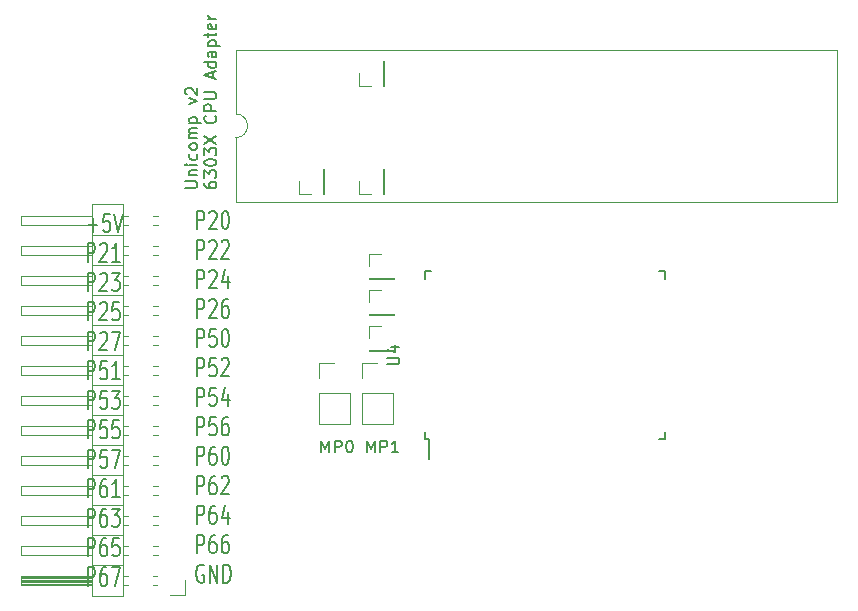
<source format=gbr>
%TF.GenerationSoftware,KiCad,Pcbnew,7.0.9-7.0.9~ubuntu20.04.1*%
%TF.CreationDate,2023-12-26T20:59:22+01:00*%
%TF.ProjectId,6303_FP,36333033-5f46-4502-9e6b-696361645f70,rev?*%
%TF.SameCoordinates,Original*%
%TF.FileFunction,Legend,Top*%
%TF.FilePolarity,Positive*%
%FSLAX46Y46*%
G04 Gerber Fmt 4.6, Leading zero omitted, Abs format (unit mm)*
G04 Created by KiCad (PCBNEW 7.0.9-7.0.9~ubuntu20.04.1) date 2023-12-26 20:59:22*
%MOMM*%
%LPD*%
G01*
G04 APERTURE LIST*
%ADD10C,0.150000*%
%ADD11C,0.120000*%
G04 APERTURE END LIST*
D10*
X179660779Y-72767819D02*
X179660779Y-71767819D01*
X179660779Y-71767819D02*
X179994112Y-72482104D01*
X179994112Y-72482104D02*
X180327445Y-71767819D01*
X180327445Y-71767819D02*
X180327445Y-72767819D01*
X180803636Y-72767819D02*
X180803636Y-71767819D01*
X180803636Y-71767819D02*
X181184588Y-71767819D01*
X181184588Y-71767819D02*
X181279826Y-71815438D01*
X181279826Y-71815438D02*
X181327445Y-71863057D01*
X181327445Y-71863057D02*
X181375064Y-71958295D01*
X181375064Y-71958295D02*
X181375064Y-72101152D01*
X181375064Y-72101152D02*
X181327445Y-72196390D01*
X181327445Y-72196390D02*
X181279826Y-72244009D01*
X181279826Y-72244009D02*
X181184588Y-72291628D01*
X181184588Y-72291628D02*
X180803636Y-72291628D01*
X181994112Y-71767819D02*
X182089350Y-71767819D01*
X182089350Y-71767819D02*
X182184588Y-71815438D01*
X182184588Y-71815438D02*
X182232207Y-71863057D01*
X182232207Y-71863057D02*
X182279826Y-71958295D01*
X182279826Y-71958295D02*
X182327445Y-72148771D01*
X182327445Y-72148771D02*
X182327445Y-72386866D01*
X182327445Y-72386866D02*
X182279826Y-72577342D01*
X182279826Y-72577342D02*
X182232207Y-72672580D01*
X182232207Y-72672580D02*
X182184588Y-72720200D01*
X182184588Y-72720200D02*
X182089350Y-72767819D01*
X182089350Y-72767819D02*
X181994112Y-72767819D01*
X181994112Y-72767819D02*
X181898874Y-72720200D01*
X181898874Y-72720200D02*
X181851255Y-72672580D01*
X181851255Y-72672580D02*
X181803636Y-72577342D01*
X181803636Y-72577342D02*
X181756017Y-72386866D01*
X181756017Y-72386866D02*
X181756017Y-72148771D01*
X181756017Y-72148771D02*
X181803636Y-71958295D01*
X181803636Y-71958295D02*
X181851255Y-71863057D01*
X181851255Y-71863057D02*
X181898874Y-71815438D01*
X181898874Y-71815438D02*
X181994112Y-71767819D01*
X183517922Y-72767819D02*
X183517922Y-71767819D01*
X183517922Y-71767819D02*
X183851255Y-72482104D01*
X183851255Y-72482104D02*
X184184588Y-71767819D01*
X184184588Y-71767819D02*
X184184588Y-72767819D01*
X184660779Y-72767819D02*
X184660779Y-71767819D01*
X184660779Y-71767819D02*
X185041731Y-71767819D01*
X185041731Y-71767819D02*
X185136969Y-71815438D01*
X185136969Y-71815438D02*
X185184588Y-71863057D01*
X185184588Y-71863057D02*
X185232207Y-71958295D01*
X185232207Y-71958295D02*
X185232207Y-72101152D01*
X185232207Y-72101152D02*
X185184588Y-72196390D01*
X185184588Y-72196390D02*
X185136969Y-72244009D01*
X185136969Y-72244009D02*
X185041731Y-72291628D01*
X185041731Y-72291628D02*
X184660779Y-72291628D01*
X186184588Y-72767819D02*
X185613160Y-72767819D01*
X185898874Y-72767819D02*
X185898874Y-71767819D01*
X185898874Y-71767819D02*
X185803636Y-71910676D01*
X185803636Y-71910676D02*
X185708398Y-72005914D01*
X185708398Y-72005914D02*
X185613160Y-72053533D01*
X159860588Y-53516033D02*
X160698684Y-53516033D01*
X160279636Y-54106509D02*
X160279636Y-52925557D01*
X161746303Y-52556509D02*
X161222493Y-52556509D01*
X161222493Y-52556509D02*
X161170112Y-53294604D01*
X161170112Y-53294604D02*
X161222493Y-53220795D01*
X161222493Y-53220795D02*
X161327255Y-53146985D01*
X161327255Y-53146985D02*
X161589160Y-53146985D01*
X161589160Y-53146985D02*
X161693922Y-53220795D01*
X161693922Y-53220795D02*
X161746303Y-53294604D01*
X161746303Y-53294604D02*
X161798684Y-53442223D01*
X161798684Y-53442223D02*
X161798684Y-53811271D01*
X161798684Y-53811271D02*
X161746303Y-53958890D01*
X161746303Y-53958890D02*
X161693922Y-54032700D01*
X161693922Y-54032700D02*
X161589160Y-54106509D01*
X161589160Y-54106509D02*
X161327255Y-54106509D01*
X161327255Y-54106509D02*
X161222493Y-54032700D01*
X161222493Y-54032700D02*
X161170112Y-53958890D01*
X162112969Y-52556509D02*
X162479636Y-54106509D01*
X162479636Y-54106509D02*
X162846303Y-52556509D01*
X159860588Y-56602009D02*
X159860588Y-55052009D01*
X159860588Y-55052009D02*
X160279636Y-55052009D01*
X160279636Y-55052009D02*
X160384398Y-55125819D01*
X160384398Y-55125819D02*
X160436779Y-55199628D01*
X160436779Y-55199628D02*
X160489160Y-55347247D01*
X160489160Y-55347247D02*
X160489160Y-55568676D01*
X160489160Y-55568676D02*
X160436779Y-55716295D01*
X160436779Y-55716295D02*
X160384398Y-55790104D01*
X160384398Y-55790104D02*
X160279636Y-55863914D01*
X160279636Y-55863914D02*
X159860588Y-55863914D01*
X160908207Y-55199628D02*
X160960588Y-55125819D01*
X160960588Y-55125819D02*
X161065350Y-55052009D01*
X161065350Y-55052009D02*
X161327255Y-55052009D01*
X161327255Y-55052009D02*
X161432017Y-55125819D01*
X161432017Y-55125819D02*
X161484398Y-55199628D01*
X161484398Y-55199628D02*
X161536779Y-55347247D01*
X161536779Y-55347247D02*
X161536779Y-55494866D01*
X161536779Y-55494866D02*
X161484398Y-55716295D01*
X161484398Y-55716295D02*
X160855826Y-56602009D01*
X160855826Y-56602009D02*
X161536779Y-56602009D01*
X162584398Y-56602009D02*
X161955826Y-56602009D01*
X162270112Y-56602009D02*
X162270112Y-55052009D01*
X162270112Y-55052009D02*
X162165350Y-55273438D01*
X162165350Y-55273438D02*
X162060588Y-55421057D01*
X162060588Y-55421057D02*
X161955826Y-55494866D01*
X159860588Y-59097509D02*
X159860588Y-57547509D01*
X159860588Y-57547509D02*
X160279636Y-57547509D01*
X160279636Y-57547509D02*
X160384398Y-57621319D01*
X160384398Y-57621319D02*
X160436779Y-57695128D01*
X160436779Y-57695128D02*
X160489160Y-57842747D01*
X160489160Y-57842747D02*
X160489160Y-58064176D01*
X160489160Y-58064176D02*
X160436779Y-58211795D01*
X160436779Y-58211795D02*
X160384398Y-58285604D01*
X160384398Y-58285604D02*
X160279636Y-58359414D01*
X160279636Y-58359414D02*
X159860588Y-58359414D01*
X160908207Y-57695128D02*
X160960588Y-57621319D01*
X160960588Y-57621319D02*
X161065350Y-57547509D01*
X161065350Y-57547509D02*
X161327255Y-57547509D01*
X161327255Y-57547509D02*
X161432017Y-57621319D01*
X161432017Y-57621319D02*
X161484398Y-57695128D01*
X161484398Y-57695128D02*
X161536779Y-57842747D01*
X161536779Y-57842747D02*
X161536779Y-57990366D01*
X161536779Y-57990366D02*
X161484398Y-58211795D01*
X161484398Y-58211795D02*
X160855826Y-59097509D01*
X160855826Y-59097509D02*
X161536779Y-59097509D01*
X161903445Y-57547509D02*
X162584398Y-57547509D01*
X162584398Y-57547509D02*
X162217731Y-58137985D01*
X162217731Y-58137985D02*
X162374874Y-58137985D01*
X162374874Y-58137985D02*
X162479636Y-58211795D01*
X162479636Y-58211795D02*
X162532017Y-58285604D01*
X162532017Y-58285604D02*
X162584398Y-58433223D01*
X162584398Y-58433223D02*
X162584398Y-58802271D01*
X162584398Y-58802271D02*
X162532017Y-58949890D01*
X162532017Y-58949890D02*
X162479636Y-59023700D01*
X162479636Y-59023700D02*
X162374874Y-59097509D01*
X162374874Y-59097509D02*
X162060588Y-59097509D01*
X162060588Y-59097509D02*
X161955826Y-59023700D01*
X161955826Y-59023700D02*
X161903445Y-58949890D01*
X159860588Y-61593009D02*
X159860588Y-60043009D01*
X159860588Y-60043009D02*
X160279636Y-60043009D01*
X160279636Y-60043009D02*
X160384398Y-60116819D01*
X160384398Y-60116819D02*
X160436779Y-60190628D01*
X160436779Y-60190628D02*
X160489160Y-60338247D01*
X160489160Y-60338247D02*
X160489160Y-60559676D01*
X160489160Y-60559676D02*
X160436779Y-60707295D01*
X160436779Y-60707295D02*
X160384398Y-60781104D01*
X160384398Y-60781104D02*
X160279636Y-60854914D01*
X160279636Y-60854914D02*
X159860588Y-60854914D01*
X160908207Y-60190628D02*
X160960588Y-60116819D01*
X160960588Y-60116819D02*
X161065350Y-60043009D01*
X161065350Y-60043009D02*
X161327255Y-60043009D01*
X161327255Y-60043009D02*
X161432017Y-60116819D01*
X161432017Y-60116819D02*
X161484398Y-60190628D01*
X161484398Y-60190628D02*
X161536779Y-60338247D01*
X161536779Y-60338247D02*
X161536779Y-60485866D01*
X161536779Y-60485866D02*
X161484398Y-60707295D01*
X161484398Y-60707295D02*
X160855826Y-61593009D01*
X160855826Y-61593009D02*
X161536779Y-61593009D01*
X162532017Y-60043009D02*
X162008207Y-60043009D01*
X162008207Y-60043009D02*
X161955826Y-60781104D01*
X161955826Y-60781104D02*
X162008207Y-60707295D01*
X162008207Y-60707295D02*
X162112969Y-60633485D01*
X162112969Y-60633485D02*
X162374874Y-60633485D01*
X162374874Y-60633485D02*
X162479636Y-60707295D01*
X162479636Y-60707295D02*
X162532017Y-60781104D01*
X162532017Y-60781104D02*
X162584398Y-60928723D01*
X162584398Y-60928723D02*
X162584398Y-61297771D01*
X162584398Y-61297771D02*
X162532017Y-61445390D01*
X162532017Y-61445390D02*
X162479636Y-61519200D01*
X162479636Y-61519200D02*
X162374874Y-61593009D01*
X162374874Y-61593009D02*
X162112969Y-61593009D01*
X162112969Y-61593009D02*
X162008207Y-61519200D01*
X162008207Y-61519200D02*
X161955826Y-61445390D01*
X159860588Y-64088509D02*
X159860588Y-62538509D01*
X159860588Y-62538509D02*
X160279636Y-62538509D01*
X160279636Y-62538509D02*
X160384398Y-62612319D01*
X160384398Y-62612319D02*
X160436779Y-62686128D01*
X160436779Y-62686128D02*
X160489160Y-62833747D01*
X160489160Y-62833747D02*
X160489160Y-63055176D01*
X160489160Y-63055176D02*
X160436779Y-63202795D01*
X160436779Y-63202795D02*
X160384398Y-63276604D01*
X160384398Y-63276604D02*
X160279636Y-63350414D01*
X160279636Y-63350414D02*
X159860588Y-63350414D01*
X160908207Y-62686128D02*
X160960588Y-62612319D01*
X160960588Y-62612319D02*
X161065350Y-62538509D01*
X161065350Y-62538509D02*
X161327255Y-62538509D01*
X161327255Y-62538509D02*
X161432017Y-62612319D01*
X161432017Y-62612319D02*
X161484398Y-62686128D01*
X161484398Y-62686128D02*
X161536779Y-62833747D01*
X161536779Y-62833747D02*
X161536779Y-62981366D01*
X161536779Y-62981366D02*
X161484398Y-63202795D01*
X161484398Y-63202795D02*
X160855826Y-64088509D01*
X160855826Y-64088509D02*
X161536779Y-64088509D01*
X161903445Y-62538509D02*
X162636779Y-62538509D01*
X162636779Y-62538509D02*
X162165350Y-64088509D01*
X159860588Y-66584009D02*
X159860588Y-65034009D01*
X159860588Y-65034009D02*
X160279636Y-65034009D01*
X160279636Y-65034009D02*
X160384398Y-65107819D01*
X160384398Y-65107819D02*
X160436779Y-65181628D01*
X160436779Y-65181628D02*
X160489160Y-65329247D01*
X160489160Y-65329247D02*
X160489160Y-65550676D01*
X160489160Y-65550676D02*
X160436779Y-65698295D01*
X160436779Y-65698295D02*
X160384398Y-65772104D01*
X160384398Y-65772104D02*
X160279636Y-65845914D01*
X160279636Y-65845914D02*
X159860588Y-65845914D01*
X161484398Y-65034009D02*
X160960588Y-65034009D01*
X160960588Y-65034009D02*
X160908207Y-65772104D01*
X160908207Y-65772104D02*
X160960588Y-65698295D01*
X160960588Y-65698295D02*
X161065350Y-65624485D01*
X161065350Y-65624485D02*
X161327255Y-65624485D01*
X161327255Y-65624485D02*
X161432017Y-65698295D01*
X161432017Y-65698295D02*
X161484398Y-65772104D01*
X161484398Y-65772104D02*
X161536779Y-65919723D01*
X161536779Y-65919723D02*
X161536779Y-66288771D01*
X161536779Y-66288771D02*
X161484398Y-66436390D01*
X161484398Y-66436390D02*
X161432017Y-66510200D01*
X161432017Y-66510200D02*
X161327255Y-66584009D01*
X161327255Y-66584009D02*
X161065350Y-66584009D01*
X161065350Y-66584009D02*
X160960588Y-66510200D01*
X160960588Y-66510200D02*
X160908207Y-66436390D01*
X162584398Y-66584009D02*
X161955826Y-66584009D01*
X162270112Y-66584009D02*
X162270112Y-65034009D01*
X162270112Y-65034009D02*
X162165350Y-65255438D01*
X162165350Y-65255438D02*
X162060588Y-65403057D01*
X162060588Y-65403057D02*
X161955826Y-65476866D01*
X159860588Y-69079509D02*
X159860588Y-67529509D01*
X159860588Y-67529509D02*
X160279636Y-67529509D01*
X160279636Y-67529509D02*
X160384398Y-67603319D01*
X160384398Y-67603319D02*
X160436779Y-67677128D01*
X160436779Y-67677128D02*
X160489160Y-67824747D01*
X160489160Y-67824747D02*
X160489160Y-68046176D01*
X160489160Y-68046176D02*
X160436779Y-68193795D01*
X160436779Y-68193795D02*
X160384398Y-68267604D01*
X160384398Y-68267604D02*
X160279636Y-68341414D01*
X160279636Y-68341414D02*
X159860588Y-68341414D01*
X161484398Y-67529509D02*
X160960588Y-67529509D01*
X160960588Y-67529509D02*
X160908207Y-68267604D01*
X160908207Y-68267604D02*
X160960588Y-68193795D01*
X160960588Y-68193795D02*
X161065350Y-68119985D01*
X161065350Y-68119985D02*
X161327255Y-68119985D01*
X161327255Y-68119985D02*
X161432017Y-68193795D01*
X161432017Y-68193795D02*
X161484398Y-68267604D01*
X161484398Y-68267604D02*
X161536779Y-68415223D01*
X161536779Y-68415223D02*
X161536779Y-68784271D01*
X161536779Y-68784271D02*
X161484398Y-68931890D01*
X161484398Y-68931890D02*
X161432017Y-69005700D01*
X161432017Y-69005700D02*
X161327255Y-69079509D01*
X161327255Y-69079509D02*
X161065350Y-69079509D01*
X161065350Y-69079509D02*
X160960588Y-69005700D01*
X160960588Y-69005700D02*
X160908207Y-68931890D01*
X161903445Y-67529509D02*
X162584398Y-67529509D01*
X162584398Y-67529509D02*
X162217731Y-68119985D01*
X162217731Y-68119985D02*
X162374874Y-68119985D01*
X162374874Y-68119985D02*
X162479636Y-68193795D01*
X162479636Y-68193795D02*
X162532017Y-68267604D01*
X162532017Y-68267604D02*
X162584398Y-68415223D01*
X162584398Y-68415223D02*
X162584398Y-68784271D01*
X162584398Y-68784271D02*
X162532017Y-68931890D01*
X162532017Y-68931890D02*
X162479636Y-69005700D01*
X162479636Y-69005700D02*
X162374874Y-69079509D01*
X162374874Y-69079509D02*
X162060588Y-69079509D01*
X162060588Y-69079509D02*
X161955826Y-69005700D01*
X161955826Y-69005700D02*
X161903445Y-68931890D01*
X159860588Y-71575009D02*
X159860588Y-70025009D01*
X159860588Y-70025009D02*
X160279636Y-70025009D01*
X160279636Y-70025009D02*
X160384398Y-70098819D01*
X160384398Y-70098819D02*
X160436779Y-70172628D01*
X160436779Y-70172628D02*
X160489160Y-70320247D01*
X160489160Y-70320247D02*
X160489160Y-70541676D01*
X160489160Y-70541676D02*
X160436779Y-70689295D01*
X160436779Y-70689295D02*
X160384398Y-70763104D01*
X160384398Y-70763104D02*
X160279636Y-70836914D01*
X160279636Y-70836914D02*
X159860588Y-70836914D01*
X161484398Y-70025009D02*
X160960588Y-70025009D01*
X160960588Y-70025009D02*
X160908207Y-70763104D01*
X160908207Y-70763104D02*
X160960588Y-70689295D01*
X160960588Y-70689295D02*
X161065350Y-70615485D01*
X161065350Y-70615485D02*
X161327255Y-70615485D01*
X161327255Y-70615485D02*
X161432017Y-70689295D01*
X161432017Y-70689295D02*
X161484398Y-70763104D01*
X161484398Y-70763104D02*
X161536779Y-70910723D01*
X161536779Y-70910723D02*
X161536779Y-71279771D01*
X161536779Y-71279771D02*
X161484398Y-71427390D01*
X161484398Y-71427390D02*
X161432017Y-71501200D01*
X161432017Y-71501200D02*
X161327255Y-71575009D01*
X161327255Y-71575009D02*
X161065350Y-71575009D01*
X161065350Y-71575009D02*
X160960588Y-71501200D01*
X160960588Y-71501200D02*
X160908207Y-71427390D01*
X162532017Y-70025009D02*
X162008207Y-70025009D01*
X162008207Y-70025009D02*
X161955826Y-70763104D01*
X161955826Y-70763104D02*
X162008207Y-70689295D01*
X162008207Y-70689295D02*
X162112969Y-70615485D01*
X162112969Y-70615485D02*
X162374874Y-70615485D01*
X162374874Y-70615485D02*
X162479636Y-70689295D01*
X162479636Y-70689295D02*
X162532017Y-70763104D01*
X162532017Y-70763104D02*
X162584398Y-70910723D01*
X162584398Y-70910723D02*
X162584398Y-71279771D01*
X162584398Y-71279771D02*
X162532017Y-71427390D01*
X162532017Y-71427390D02*
X162479636Y-71501200D01*
X162479636Y-71501200D02*
X162374874Y-71575009D01*
X162374874Y-71575009D02*
X162112969Y-71575009D01*
X162112969Y-71575009D02*
X162008207Y-71501200D01*
X162008207Y-71501200D02*
X161955826Y-71427390D01*
X159860588Y-74070509D02*
X159860588Y-72520509D01*
X159860588Y-72520509D02*
X160279636Y-72520509D01*
X160279636Y-72520509D02*
X160384398Y-72594319D01*
X160384398Y-72594319D02*
X160436779Y-72668128D01*
X160436779Y-72668128D02*
X160489160Y-72815747D01*
X160489160Y-72815747D02*
X160489160Y-73037176D01*
X160489160Y-73037176D02*
X160436779Y-73184795D01*
X160436779Y-73184795D02*
X160384398Y-73258604D01*
X160384398Y-73258604D02*
X160279636Y-73332414D01*
X160279636Y-73332414D02*
X159860588Y-73332414D01*
X161484398Y-72520509D02*
X160960588Y-72520509D01*
X160960588Y-72520509D02*
X160908207Y-73258604D01*
X160908207Y-73258604D02*
X160960588Y-73184795D01*
X160960588Y-73184795D02*
X161065350Y-73110985D01*
X161065350Y-73110985D02*
X161327255Y-73110985D01*
X161327255Y-73110985D02*
X161432017Y-73184795D01*
X161432017Y-73184795D02*
X161484398Y-73258604D01*
X161484398Y-73258604D02*
X161536779Y-73406223D01*
X161536779Y-73406223D02*
X161536779Y-73775271D01*
X161536779Y-73775271D02*
X161484398Y-73922890D01*
X161484398Y-73922890D02*
X161432017Y-73996700D01*
X161432017Y-73996700D02*
X161327255Y-74070509D01*
X161327255Y-74070509D02*
X161065350Y-74070509D01*
X161065350Y-74070509D02*
X160960588Y-73996700D01*
X160960588Y-73996700D02*
X160908207Y-73922890D01*
X161903445Y-72520509D02*
X162636779Y-72520509D01*
X162636779Y-72520509D02*
X162165350Y-74070509D01*
X159860588Y-76566009D02*
X159860588Y-75016009D01*
X159860588Y-75016009D02*
X160279636Y-75016009D01*
X160279636Y-75016009D02*
X160384398Y-75089819D01*
X160384398Y-75089819D02*
X160436779Y-75163628D01*
X160436779Y-75163628D02*
X160489160Y-75311247D01*
X160489160Y-75311247D02*
X160489160Y-75532676D01*
X160489160Y-75532676D02*
X160436779Y-75680295D01*
X160436779Y-75680295D02*
X160384398Y-75754104D01*
X160384398Y-75754104D02*
X160279636Y-75827914D01*
X160279636Y-75827914D02*
X159860588Y-75827914D01*
X161432017Y-75016009D02*
X161222493Y-75016009D01*
X161222493Y-75016009D02*
X161117731Y-75089819D01*
X161117731Y-75089819D02*
X161065350Y-75163628D01*
X161065350Y-75163628D02*
X160960588Y-75385057D01*
X160960588Y-75385057D02*
X160908207Y-75680295D01*
X160908207Y-75680295D02*
X160908207Y-76270771D01*
X160908207Y-76270771D02*
X160960588Y-76418390D01*
X160960588Y-76418390D02*
X161012969Y-76492200D01*
X161012969Y-76492200D02*
X161117731Y-76566009D01*
X161117731Y-76566009D02*
X161327255Y-76566009D01*
X161327255Y-76566009D02*
X161432017Y-76492200D01*
X161432017Y-76492200D02*
X161484398Y-76418390D01*
X161484398Y-76418390D02*
X161536779Y-76270771D01*
X161536779Y-76270771D02*
X161536779Y-75901723D01*
X161536779Y-75901723D02*
X161484398Y-75754104D01*
X161484398Y-75754104D02*
X161432017Y-75680295D01*
X161432017Y-75680295D02*
X161327255Y-75606485D01*
X161327255Y-75606485D02*
X161117731Y-75606485D01*
X161117731Y-75606485D02*
X161012969Y-75680295D01*
X161012969Y-75680295D02*
X160960588Y-75754104D01*
X160960588Y-75754104D02*
X160908207Y-75901723D01*
X162584398Y-76566009D02*
X161955826Y-76566009D01*
X162270112Y-76566009D02*
X162270112Y-75016009D01*
X162270112Y-75016009D02*
X162165350Y-75237438D01*
X162165350Y-75237438D02*
X162060588Y-75385057D01*
X162060588Y-75385057D02*
X161955826Y-75458866D01*
X159860588Y-79061509D02*
X159860588Y-77511509D01*
X159860588Y-77511509D02*
X160279636Y-77511509D01*
X160279636Y-77511509D02*
X160384398Y-77585319D01*
X160384398Y-77585319D02*
X160436779Y-77659128D01*
X160436779Y-77659128D02*
X160489160Y-77806747D01*
X160489160Y-77806747D02*
X160489160Y-78028176D01*
X160489160Y-78028176D02*
X160436779Y-78175795D01*
X160436779Y-78175795D02*
X160384398Y-78249604D01*
X160384398Y-78249604D02*
X160279636Y-78323414D01*
X160279636Y-78323414D02*
X159860588Y-78323414D01*
X161432017Y-77511509D02*
X161222493Y-77511509D01*
X161222493Y-77511509D02*
X161117731Y-77585319D01*
X161117731Y-77585319D02*
X161065350Y-77659128D01*
X161065350Y-77659128D02*
X160960588Y-77880557D01*
X160960588Y-77880557D02*
X160908207Y-78175795D01*
X160908207Y-78175795D02*
X160908207Y-78766271D01*
X160908207Y-78766271D02*
X160960588Y-78913890D01*
X160960588Y-78913890D02*
X161012969Y-78987700D01*
X161012969Y-78987700D02*
X161117731Y-79061509D01*
X161117731Y-79061509D02*
X161327255Y-79061509D01*
X161327255Y-79061509D02*
X161432017Y-78987700D01*
X161432017Y-78987700D02*
X161484398Y-78913890D01*
X161484398Y-78913890D02*
X161536779Y-78766271D01*
X161536779Y-78766271D02*
X161536779Y-78397223D01*
X161536779Y-78397223D02*
X161484398Y-78249604D01*
X161484398Y-78249604D02*
X161432017Y-78175795D01*
X161432017Y-78175795D02*
X161327255Y-78101985D01*
X161327255Y-78101985D02*
X161117731Y-78101985D01*
X161117731Y-78101985D02*
X161012969Y-78175795D01*
X161012969Y-78175795D02*
X160960588Y-78249604D01*
X160960588Y-78249604D02*
X160908207Y-78397223D01*
X161903445Y-77511509D02*
X162584398Y-77511509D01*
X162584398Y-77511509D02*
X162217731Y-78101985D01*
X162217731Y-78101985D02*
X162374874Y-78101985D01*
X162374874Y-78101985D02*
X162479636Y-78175795D01*
X162479636Y-78175795D02*
X162532017Y-78249604D01*
X162532017Y-78249604D02*
X162584398Y-78397223D01*
X162584398Y-78397223D02*
X162584398Y-78766271D01*
X162584398Y-78766271D02*
X162532017Y-78913890D01*
X162532017Y-78913890D02*
X162479636Y-78987700D01*
X162479636Y-78987700D02*
X162374874Y-79061509D01*
X162374874Y-79061509D02*
X162060588Y-79061509D01*
X162060588Y-79061509D02*
X161955826Y-78987700D01*
X161955826Y-78987700D02*
X161903445Y-78913890D01*
X159860588Y-81557009D02*
X159860588Y-80007009D01*
X159860588Y-80007009D02*
X160279636Y-80007009D01*
X160279636Y-80007009D02*
X160384398Y-80080819D01*
X160384398Y-80080819D02*
X160436779Y-80154628D01*
X160436779Y-80154628D02*
X160489160Y-80302247D01*
X160489160Y-80302247D02*
X160489160Y-80523676D01*
X160489160Y-80523676D02*
X160436779Y-80671295D01*
X160436779Y-80671295D02*
X160384398Y-80745104D01*
X160384398Y-80745104D02*
X160279636Y-80818914D01*
X160279636Y-80818914D02*
X159860588Y-80818914D01*
X161432017Y-80007009D02*
X161222493Y-80007009D01*
X161222493Y-80007009D02*
X161117731Y-80080819D01*
X161117731Y-80080819D02*
X161065350Y-80154628D01*
X161065350Y-80154628D02*
X160960588Y-80376057D01*
X160960588Y-80376057D02*
X160908207Y-80671295D01*
X160908207Y-80671295D02*
X160908207Y-81261771D01*
X160908207Y-81261771D02*
X160960588Y-81409390D01*
X160960588Y-81409390D02*
X161012969Y-81483200D01*
X161012969Y-81483200D02*
X161117731Y-81557009D01*
X161117731Y-81557009D02*
X161327255Y-81557009D01*
X161327255Y-81557009D02*
X161432017Y-81483200D01*
X161432017Y-81483200D02*
X161484398Y-81409390D01*
X161484398Y-81409390D02*
X161536779Y-81261771D01*
X161536779Y-81261771D02*
X161536779Y-80892723D01*
X161536779Y-80892723D02*
X161484398Y-80745104D01*
X161484398Y-80745104D02*
X161432017Y-80671295D01*
X161432017Y-80671295D02*
X161327255Y-80597485D01*
X161327255Y-80597485D02*
X161117731Y-80597485D01*
X161117731Y-80597485D02*
X161012969Y-80671295D01*
X161012969Y-80671295D02*
X160960588Y-80745104D01*
X160960588Y-80745104D02*
X160908207Y-80892723D01*
X162532017Y-80007009D02*
X162008207Y-80007009D01*
X162008207Y-80007009D02*
X161955826Y-80745104D01*
X161955826Y-80745104D02*
X162008207Y-80671295D01*
X162008207Y-80671295D02*
X162112969Y-80597485D01*
X162112969Y-80597485D02*
X162374874Y-80597485D01*
X162374874Y-80597485D02*
X162479636Y-80671295D01*
X162479636Y-80671295D02*
X162532017Y-80745104D01*
X162532017Y-80745104D02*
X162584398Y-80892723D01*
X162584398Y-80892723D02*
X162584398Y-81261771D01*
X162584398Y-81261771D02*
X162532017Y-81409390D01*
X162532017Y-81409390D02*
X162479636Y-81483200D01*
X162479636Y-81483200D02*
X162374874Y-81557009D01*
X162374874Y-81557009D02*
X162112969Y-81557009D01*
X162112969Y-81557009D02*
X162008207Y-81483200D01*
X162008207Y-81483200D02*
X161955826Y-81409390D01*
X159860588Y-84052509D02*
X159860588Y-82502509D01*
X159860588Y-82502509D02*
X160279636Y-82502509D01*
X160279636Y-82502509D02*
X160384398Y-82576319D01*
X160384398Y-82576319D02*
X160436779Y-82650128D01*
X160436779Y-82650128D02*
X160489160Y-82797747D01*
X160489160Y-82797747D02*
X160489160Y-83019176D01*
X160489160Y-83019176D02*
X160436779Y-83166795D01*
X160436779Y-83166795D02*
X160384398Y-83240604D01*
X160384398Y-83240604D02*
X160279636Y-83314414D01*
X160279636Y-83314414D02*
X159860588Y-83314414D01*
X161432017Y-82502509D02*
X161222493Y-82502509D01*
X161222493Y-82502509D02*
X161117731Y-82576319D01*
X161117731Y-82576319D02*
X161065350Y-82650128D01*
X161065350Y-82650128D02*
X160960588Y-82871557D01*
X160960588Y-82871557D02*
X160908207Y-83166795D01*
X160908207Y-83166795D02*
X160908207Y-83757271D01*
X160908207Y-83757271D02*
X160960588Y-83904890D01*
X160960588Y-83904890D02*
X161012969Y-83978700D01*
X161012969Y-83978700D02*
X161117731Y-84052509D01*
X161117731Y-84052509D02*
X161327255Y-84052509D01*
X161327255Y-84052509D02*
X161432017Y-83978700D01*
X161432017Y-83978700D02*
X161484398Y-83904890D01*
X161484398Y-83904890D02*
X161536779Y-83757271D01*
X161536779Y-83757271D02*
X161536779Y-83388223D01*
X161536779Y-83388223D02*
X161484398Y-83240604D01*
X161484398Y-83240604D02*
X161432017Y-83166795D01*
X161432017Y-83166795D02*
X161327255Y-83092985D01*
X161327255Y-83092985D02*
X161117731Y-83092985D01*
X161117731Y-83092985D02*
X161012969Y-83166795D01*
X161012969Y-83166795D02*
X160960588Y-83240604D01*
X160960588Y-83240604D02*
X160908207Y-83388223D01*
X161903445Y-82502509D02*
X162636779Y-82502509D01*
X162636779Y-82502509D02*
X162165350Y-84052509D01*
X168151019Y-50361620D02*
X168960542Y-50361620D01*
X168960542Y-50361620D02*
X169055780Y-50314001D01*
X169055780Y-50314001D02*
X169103400Y-50266382D01*
X169103400Y-50266382D02*
X169151019Y-50171144D01*
X169151019Y-50171144D02*
X169151019Y-49980668D01*
X169151019Y-49980668D02*
X169103400Y-49885430D01*
X169103400Y-49885430D02*
X169055780Y-49837811D01*
X169055780Y-49837811D02*
X168960542Y-49790192D01*
X168960542Y-49790192D02*
X168151019Y-49790192D01*
X168484352Y-49314001D02*
X169151019Y-49314001D01*
X168579590Y-49314001D02*
X168531971Y-49266382D01*
X168531971Y-49266382D02*
X168484352Y-49171144D01*
X168484352Y-49171144D02*
X168484352Y-49028287D01*
X168484352Y-49028287D02*
X168531971Y-48933049D01*
X168531971Y-48933049D02*
X168627209Y-48885430D01*
X168627209Y-48885430D02*
X169151019Y-48885430D01*
X169151019Y-48409239D02*
X168484352Y-48409239D01*
X168151019Y-48409239D02*
X168198638Y-48456858D01*
X168198638Y-48456858D02*
X168246257Y-48409239D01*
X168246257Y-48409239D02*
X168198638Y-48361620D01*
X168198638Y-48361620D02*
X168151019Y-48409239D01*
X168151019Y-48409239D02*
X168246257Y-48409239D01*
X169103400Y-47504478D02*
X169151019Y-47599716D01*
X169151019Y-47599716D02*
X169151019Y-47790192D01*
X169151019Y-47790192D02*
X169103400Y-47885430D01*
X169103400Y-47885430D02*
X169055780Y-47933049D01*
X169055780Y-47933049D02*
X168960542Y-47980668D01*
X168960542Y-47980668D02*
X168674828Y-47980668D01*
X168674828Y-47980668D02*
X168579590Y-47933049D01*
X168579590Y-47933049D02*
X168531971Y-47885430D01*
X168531971Y-47885430D02*
X168484352Y-47790192D01*
X168484352Y-47790192D02*
X168484352Y-47599716D01*
X168484352Y-47599716D02*
X168531971Y-47504478D01*
X169151019Y-46933049D02*
X169103400Y-47028287D01*
X169103400Y-47028287D02*
X169055780Y-47075906D01*
X169055780Y-47075906D02*
X168960542Y-47123525D01*
X168960542Y-47123525D02*
X168674828Y-47123525D01*
X168674828Y-47123525D02*
X168579590Y-47075906D01*
X168579590Y-47075906D02*
X168531971Y-47028287D01*
X168531971Y-47028287D02*
X168484352Y-46933049D01*
X168484352Y-46933049D02*
X168484352Y-46790192D01*
X168484352Y-46790192D02*
X168531971Y-46694954D01*
X168531971Y-46694954D02*
X168579590Y-46647335D01*
X168579590Y-46647335D02*
X168674828Y-46599716D01*
X168674828Y-46599716D02*
X168960542Y-46599716D01*
X168960542Y-46599716D02*
X169055780Y-46647335D01*
X169055780Y-46647335D02*
X169103400Y-46694954D01*
X169103400Y-46694954D02*
X169151019Y-46790192D01*
X169151019Y-46790192D02*
X169151019Y-46933049D01*
X169151019Y-46171144D02*
X168484352Y-46171144D01*
X168579590Y-46171144D02*
X168531971Y-46123525D01*
X168531971Y-46123525D02*
X168484352Y-46028287D01*
X168484352Y-46028287D02*
X168484352Y-45885430D01*
X168484352Y-45885430D02*
X168531971Y-45790192D01*
X168531971Y-45790192D02*
X168627209Y-45742573D01*
X168627209Y-45742573D02*
X169151019Y-45742573D01*
X168627209Y-45742573D02*
X168531971Y-45694954D01*
X168531971Y-45694954D02*
X168484352Y-45599716D01*
X168484352Y-45599716D02*
X168484352Y-45456859D01*
X168484352Y-45456859D02*
X168531971Y-45361620D01*
X168531971Y-45361620D02*
X168627209Y-45314001D01*
X168627209Y-45314001D02*
X169151019Y-45314001D01*
X168484352Y-44837811D02*
X169484352Y-44837811D01*
X168531971Y-44837811D02*
X168484352Y-44742573D01*
X168484352Y-44742573D02*
X168484352Y-44552097D01*
X168484352Y-44552097D02*
X168531971Y-44456859D01*
X168531971Y-44456859D02*
X168579590Y-44409240D01*
X168579590Y-44409240D02*
X168674828Y-44361621D01*
X168674828Y-44361621D02*
X168960542Y-44361621D01*
X168960542Y-44361621D02*
X169055780Y-44409240D01*
X169055780Y-44409240D02*
X169103400Y-44456859D01*
X169103400Y-44456859D02*
X169151019Y-44552097D01*
X169151019Y-44552097D02*
X169151019Y-44742573D01*
X169151019Y-44742573D02*
X169103400Y-44837811D01*
X168484352Y-43266382D02*
X169151019Y-43028287D01*
X169151019Y-43028287D02*
X168484352Y-42790192D01*
X168246257Y-42456858D02*
X168198638Y-42409239D01*
X168198638Y-42409239D02*
X168151019Y-42314001D01*
X168151019Y-42314001D02*
X168151019Y-42075906D01*
X168151019Y-42075906D02*
X168198638Y-41980668D01*
X168198638Y-41980668D02*
X168246257Y-41933049D01*
X168246257Y-41933049D02*
X168341495Y-41885430D01*
X168341495Y-41885430D02*
X168436733Y-41885430D01*
X168436733Y-41885430D02*
X168579590Y-41933049D01*
X168579590Y-41933049D02*
X169151019Y-42504477D01*
X169151019Y-42504477D02*
X169151019Y-41885430D01*
X169761019Y-49933049D02*
X169761019Y-50123525D01*
X169761019Y-50123525D02*
X169808638Y-50218763D01*
X169808638Y-50218763D02*
X169856257Y-50266382D01*
X169856257Y-50266382D02*
X169999114Y-50361620D01*
X169999114Y-50361620D02*
X170189590Y-50409239D01*
X170189590Y-50409239D02*
X170570542Y-50409239D01*
X170570542Y-50409239D02*
X170665780Y-50361620D01*
X170665780Y-50361620D02*
X170713400Y-50314001D01*
X170713400Y-50314001D02*
X170761019Y-50218763D01*
X170761019Y-50218763D02*
X170761019Y-50028287D01*
X170761019Y-50028287D02*
X170713400Y-49933049D01*
X170713400Y-49933049D02*
X170665780Y-49885430D01*
X170665780Y-49885430D02*
X170570542Y-49837811D01*
X170570542Y-49837811D02*
X170332447Y-49837811D01*
X170332447Y-49837811D02*
X170237209Y-49885430D01*
X170237209Y-49885430D02*
X170189590Y-49933049D01*
X170189590Y-49933049D02*
X170141971Y-50028287D01*
X170141971Y-50028287D02*
X170141971Y-50218763D01*
X170141971Y-50218763D02*
X170189590Y-50314001D01*
X170189590Y-50314001D02*
X170237209Y-50361620D01*
X170237209Y-50361620D02*
X170332447Y-50409239D01*
X169761019Y-49504477D02*
X169761019Y-48885430D01*
X169761019Y-48885430D02*
X170141971Y-49218763D01*
X170141971Y-49218763D02*
X170141971Y-49075906D01*
X170141971Y-49075906D02*
X170189590Y-48980668D01*
X170189590Y-48980668D02*
X170237209Y-48933049D01*
X170237209Y-48933049D02*
X170332447Y-48885430D01*
X170332447Y-48885430D02*
X170570542Y-48885430D01*
X170570542Y-48885430D02*
X170665780Y-48933049D01*
X170665780Y-48933049D02*
X170713400Y-48980668D01*
X170713400Y-48980668D02*
X170761019Y-49075906D01*
X170761019Y-49075906D02*
X170761019Y-49361620D01*
X170761019Y-49361620D02*
X170713400Y-49456858D01*
X170713400Y-49456858D02*
X170665780Y-49504477D01*
X169761019Y-48266382D02*
X169761019Y-48171144D01*
X169761019Y-48171144D02*
X169808638Y-48075906D01*
X169808638Y-48075906D02*
X169856257Y-48028287D01*
X169856257Y-48028287D02*
X169951495Y-47980668D01*
X169951495Y-47980668D02*
X170141971Y-47933049D01*
X170141971Y-47933049D02*
X170380066Y-47933049D01*
X170380066Y-47933049D02*
X170570542Y-47980668D01*
X170570542Y-47980668D02*
X170665780Y-48028287D01*
X170665780Y-48028287D02*
X170713400Y-48075906D01*
X170713400Y-48075906D02*
X170761019Y-48171144D01*
X170761019Y-48171144D02*
X170761019Y-48266382D01*
X170761019Y-48266382D02*
X170713400Y-48361620D01*
X170713400Y-48361620D02*
X170665780Y-48409239D01*
X170665780Y-48409239D02*
X170570542Y-48456858D01*
X170570542Y-48456858D02*
X170380066Y-48504477D01*
X170380066Y-48504477D02*
X170141971Y-48504477D01*
X170141971Y-48504477D02*
X169951495Y-48456858D01*
X169951495Y-48456858D02*
X169856257Y-48409239D01*
X169856257Y-48409239D02*
X169808638Y-48361620D01*
X169808638Y-48361620D02*
X169761019Y-48266382D01*
X169761019Y-47599715D02*
X169761019Y-46980668D01*
X169761019Y-46980668D02*
X170141971Y-47314001D01*
X170141971Y-47314001D02*
X170141971Y-47171144D01*
X170141971Y-47171144D02*
X170189590Y-47075906D01*
X170189590Y-47075906D02*
X170237209Y-47028287D01*
X170237209Y-47028287D02*
X170332447Y-46980668D01*
X170332447Y-46980668D02*
X170570542Y-46980668D01*
X170570542Y-46980668D02*
X170665780Y-47028287D01*
X170665780Y-47028287D02*
X170713400Y-47075906D01*
X170713400Y-47075906D02*
X170761019Y-47171144D01*
X170761019Y-47171144D02*
X170761019Y-47456858D01*
X170761019Y-47456858D02*
X170713400Y-47552096D01*
X170713400Y-47552096D02*
X170665780Y-47599715D01*
X169761019Y-46647334D02*
X170761019Y-45980668D01*
X169761019Y-45980668D02*
X170761019Y-46647334D01*
X170665780Y-44266382D02*
X170713400Y-44314001D01*
X170713400Y-44314001D02*
X170761019Y-44456858D01*
X170761019Y-44456858D02*
X170761019Y-44552096D01*
X170761019Y-44552096D02*
X170713400Y-44694953D01*
X170713400Y-44694953D02*
X170618161Y-44790191D01*
X170618161Y-44790191D02*
X170522923Y-44837810D01*
X170522923Y-44837810D02*
X170332447Y-44885429D01*
X170332447Y-44885429D02*
X170189590Y-44885429D01*
X170189590Y-44885429D02*
X169999114Y-44837810D01*
X169999114Y-44837810D02*
X169903876Y-44790191D01*
X169903876Y-44790191D02*
X169808638Y-44694953D01*
X169808638Y-44694953D02*
X169761019Y-44552096D01*
X169761019Y-44552096D02*
X169761019Y-44456858D01*
X169761019Y-44456858D02*
X169808638Y-44314001D01*
X169808638Y-44314001D02*
X169856257Y-44266382D01*
X170761019Y-43837810D02*
X169761019Y-43837810D01*
X169761019Y-43837810D02*
X169761019Y-43456858D01*
X169761019Y-43456858D02*
X169808638Y-43361620D01*
X169808638Y-43361620D02*
X169856257Y-43314001D01*
X169856257Y-43314001D02*
X169951495Y-43266382D01*
X169951495Y-43266382D02*
X170094352Y-43266382D01*
X170094352Y-43266382D02*
X170189590Y-43314001D01*
X170189590Y-43314001D02*
X170237209Y-43361620D01*
X170237209Y-43361620D02*
X170284828Y-43456858D01*
X170284828Y-43456858D02*
X170284828Y-43837810D01*
X169761019Y-42837810D02*
X170570542Y-42837810D01*
X170570542Y-42837810D02*
X170665780Y-42790191D01*
X170665780Y-42790191D02*
X170713400Y-42742572D01*
X170713400Y-42742572D02*
X170761019Y-42647334D01*
X170761019Y-42647334D02*
X170761019Y-42456858D01*
X170761019Y-42456858D02*
X170713400Y-42361620D01*
X170713400Y-42361620D02*
X170665780Y-42314001D01*
X170665780Y-42314001D02*
X170570542Y-42266382D01*
X170570542Y-42266382D02*
X169761019Y-42266382D01*
X170475304Y-41075905D02*
X170475304Y-40599715D01*
X170761019Y-41171143D02*
X169761019Y-40837810D01*
X169761019Y-40837810D02*
X170761019Y-40504477D01*
X170761019Y-39742572D02*
X169761019Y-39742572D01*
X170713400Y-39742572D02*
X170761019Y-39837810D01*
X170761019Y-39837810D02*
X170761019Y-40028286D01*
X170761019Y-40028286D02*
X170713400Y-40123524D01*
X170713400Y-40123524D02*
X170665780Y-40171143D01*
X170665780Y-40171143D02*
X170570542Y-40218762D01*
X170570542Y-40218762D02*
X170284828Y-40218762D01*
X170284828Y-40218762D02*
X170189590Y-40171143D01*
X170189590Y-40171143D02*
X170141971Y-40123524D01*
X170141971Y-40123524D02*
X170094352Y-40028286D01*
X170094352Y-40028286D02*
X170094352Y-39837810D01*
X170094352Y-39837810D02*
X170141971Y-39742572D01*
X170761019Y-38837810D02*
X170237209Y-38837810D01*
X170237209Y-38837810D02*
X170141971Y-38885429D01*
X170141971Y-38885429D02*
X170094352Y-38980667D01*
X170094352Y-38980667D02*
X170094352Y-39171143D01*
X170094352Y-39171143D02*
X170141971Y-39266381D01*
X170713400Y-38837810D02*
X170761019Y-38933048D01*
X170761019Y-38933048D02*
X170761019Y-39171143D01*
X170761019Y-39171143D02*
X170713400Y-39266381D01*
X170713400Y-39266381D02*
X170618161Y-39314000D01*
X170618161Y-39314000D02*
X170522923Y-39314000D01*
X170522923Y-39314000D02*
X170427685Y-39266381D01*
X170427685Y-39266381D02*
X170380066Y-39171143D01*
X170380066Y-39171143D02*
X170380066Y-38933048D01*
X170380066Y-38933048D02*
X170332447Y-38837810D01*
X170094352Y-38361619D02*
X171094352Y-38361619D01*
X170141971Y-38361619D02*
X170094352Y-38266381D01*
X170094352Y-38266381D02*
X170094352Y-38075905D01*
X170094352Y-38075905D02*
X170141971Y-37980667D01*
X170141971Y-37980667D02*
X170189590Y-37933048D01*
X170189590Y-37933048D02*
X170284828Y-37885429D01*
X170284828Y-37885429D02*
X170570542Y-37885429D01*
X170570542Y-37885429D02*
X170665780Y-37933048D01*
X170665780Y-37933048D02*
X170713400Y-37980667D01*
X170713400Y-37980667D02*
X170761019Y-38075905D01*
X170761019Y-38075905D02*
X170761019Y-38266381D01*
X170761019Y-38266381D02*
X170713400Y-38361619D01*
X170094352Y-37599714D02*
X170094352Y-37218762D01*
X169761019Y-37456857D02*
X170618161Y-37456857D01*
X170618161Y-37456857D02*
X170713400Y-37409238D01*
X170713400Y-37409238D02*
X170761019Y-37314000D01*
X170761019Y-37314000D02*
X170761019Y-37218762D01*
X170713400Y-36504476D02*
X170761019Y-36599714D01*
X170761019Y-36599714D02*
X170761019Y-36790190D01*
X170761019Y-36790190D02*
X170713400Y-36885428D01*
X170713400Y-36885428D02*
X170618161Y-36933047D01*
X170618161Y-36933047D02*
X170237209Y-36933047D01*
X170237209Y-36933047D02*
X170141971Y-36885428D01*
X170141971Y-36885428D02*
X170094352Y-36790190D01*
X170094352Y-36790190D02*
X170094352Y-36599714D01*
X170094352Y-36599714D02*
X170141971Y-36504476D01*
X170141971Y-36504476D02*
X170237209Y-36456857D01*
X170237209Y-36456857D02*
X170332447Y-36456857D01*
X170332447Y-36456857D02*
X170427685Y-36933047D01*
X170761019Y-36028285D02*
X170094352Y-36028285D01*
X170284828Y-36028285D02*
X170189590Y-35980666D01*
X170189590Y-35980666D02*
X170141971Y-35933047D01*
X170141971Y-35933047D02*
X170094352Y-35837809D01*
X170094352Y-35837809D02*
X170094352Y-35742571D01*
X169110588Y-53856509D02*
X169110588Y-52306509D01*
X169110588Y-52306509D02*
X169529636Y-52306509D01*
X169529636Y-52306509D02*
X169634398Y-52380319D01*
X169634398Y-52380319D02*
X169686779Y-52454128D01*
X169686779Y-52454128D02*
X169739160Y-52601747D01*
X169739160Y-52601747D02*
X169739160Y-52823176D01*
X169739160Y-52823176D02*
X169686779Y-52970795D01*
X169686779Y-52970795D02*
X169634398Y-53044604D01*
X169634398Y-53044604D02*
X169529636Y-53118414D01*
X169529636Y-53118414D02*
X169110588Y-53118414D01*
X170158207Y-52454128D02*
X170210588Y-52380319D01*
X170210588Y-52380319D02*
X170315350Y-52306509D01*
X170315350Y-52306509D02*
X170577255Y-52306509D01*
X170577255Y-52306509D02*
X170682017Y-52380319D01*
X170682017Y-52380319D02*
X170734398Y-52454128D01*
X170734398Y-52454128D02*
X170786779Y-52601747D01*
X170786779Y-52601747D02*
X170786779Y-52749366D01*
X170786779Y-52749366D02*
X170734398Y-52970795D01*
X170734398Y-52970795D02*
X170105826Y-53856509D01*
X170105826Y-53856509D02*
X170786779Y-53856509D01*
X171467731Y-52306509D02*
X171572493Y-52306509D01*
X171572493Y-52306509D02*
X171677255Y-52380319D01*
X171677255Y-52380319D02*
X171729636Y-52454128D01*
X171729636Y-52454128D02*
X171782017Y-52601747D01*
X171782017Y-52601747D02*
X171834398Y-52896985D01*
X171834398Y-52896985D02*
X171834398Y-53266033D01*
X171834398Y-53266033D02*
X171782017Y-53561271D01*
X171782017Y-53561271D02*
X171729636Y-53708890D01*
X171729636Y-53708890D02*
X171677255Y-53782700D01*
X171677255Y-53782700D02*
X171572493Y-53856509D01*
X171572493Y-53856509D02*
X171467731Y-53856509D01*
X171467731Y-53856509D02*
X171362969Y-53782700D01*
X171362969Y-53782700D02*
X171310588Y-53708890D01*
X171310588Y-53708890D02*
X171258207Y-53561271D01*
X171258207Y-53561271D02*
X171205826Y-53266033D01*
X171205826Y-53266033D02*
X171205826Y-52896985D01*
X171205826Y-52896985D02*
X171258207Y-52601747D01*
X171258207Y-52601747D02*
X171310588Y-52454128D01*
X171310588Y-52454128D02*
X171362969Y-52380319D01*
X171362969Y-52380319D02*
X171467731Y-52306509D01*
X169110588Y-56352009D02*
X169110588Y-54802009D01*
X169110588Y-54802009D02*
X169529636Y-54802009D01*
X169529636Y-54802009D02*
X169634398Y-54875819D01*
X169634398Y-54875819D02*
X169686779Y-54949628D01*
X169686779Y-54949628D02*
X169739160Y-55097247D01*
X169739160Y-55097247D02*
X169739160Y-55318676D01*
X169739160Y-55318676D02*
X169686779Y-55466295D01*
X169686779Y-55466295D02*
X169634398Y-55540104D01*
X169634398Y-55540104D02*
X169529636Y-55613914D01*
X169529636Y-55613914D02*
X169110588Y-55613914D01*
X170158207Y-54949628D02*
X170210588Y-54875819D01*
X170210588Y-54875819D02*
X170315350Y-54802009D01*
X170315350Y-54802009D02*
X170577255Y-54802009D01*
X170577255Y-54802009D02*
X170682017Y-54875819D01*
X170682017Y-54875819D02*
X170734398Y-54949628D01*
X170734398Y-54949628D02*
X170786779Y-55097247D01*
X170786779Y-55097247D02*
X170786779Y-55244866D01*
X170786779Y-55244866D02*
X170734398Y-55466295D01*
X170734398Y-55466295D02*
X170105826Y-56352009D01*
X170105826Y-56352009D02*
X170786779Y-56352009D01*
X171205826Y-54949628D02*
X171258207Y-54875819D01*
X171258207Y-54875819D02*
X171362969Y-54802009D01*
X171362969Y-54802009D02*
X171624874Y-54802009D01*
X171624874Y-54802009D02*
X171729636Y-54875819D01*
X171729636Y-54875819D02*
X171782017Y-54949628D01*
X171782017Y-54949628D02*
X171834398Y-55097247D01*
X171834398Y-55097247D02*
X171834398Y-55244866D01*
X171834398Y-55244866D02*
X171782017Y-55466295D01*
X171782017Y-55466295D02*
X171153445Y-56352009D01*
X171153445Y-56352009D02*
X171834398Y-56352009D01*
X169110588Y-58847509D02*
X169110588Y-57297509D01*
X169110588Y-57297509D02*
X169529636Y-57297509D01*
X169529636Y-57297509D02*
X169634398Y-57371319D01*
X169634398Y-57371319D02*
X169686779Y-57445128D01*
X169686779Y-57445128D02*
X169739160Y-57592747D01*
X169739160Y-57592747D02*
X169739160Y-57814176D01*
X169739160Y-57814176D02*
X169686779Y-57961795D01*
X169686779Y-57961795D02*
X169634398Y-58035604D01*
X169634398Y-58035604D02*
X169529636Y-58109414D01*
X169529636Y-58109414D02*
X169110588Y-58109414D01*
X170158207Y-57445128D02*
X170210588Y-57371319D01*
X170210588Y-57371319D02*
X170315350Y-57297509D01*
X170315350Y-57297509D02*
X170577255Y-57297509D01*
X170577255Y-57297509D02*
X170682017Y-57371319D01*
X170682017Y-57371319D02*
X170734398Y-57445128D01*
X170734398Y-57445128D02*
X170786779Y-57592747D01*
X170786779Y-57592747D02*
X170786779Y-57740366D01*
X170786779Y-57740366D02*
X170734398Y-57961795D01*
X170734398Y-57961795D02*
X170105826Y-58847509D01*
X170105826Y-58847509D02*
X170786779Y-58847509D01*
X171729636Y-57814176D02*
X171729636Y-58847509D01*
X171467731Y-57223700D02*
X171205826Y-58330842D01*
X171205826Y-58330842D02*
X171886779Y-58330842D01*
X169110588Y-61343009D02*
X169110588Y-59793009D01*
X169110588Y-59793009D02*
X169529636Y-59793009D01*
X169529636Y-59793009D02*
X169634398Y-59866819D01*
X169634398Y-59866819D02*
X169686779Y-59940628D01*
X169686779Y-59940628D02*
X169739160Y-60088247D01*
X169739160Y-60088247D02*
X169739160Y-60309676D01*
X169739160Y-60309676D02*
X169686779Y-60457295D01*
X169686779Y-60457295D02*
X169634398Y-60531104D01*
X169634398Y-60531104D02*
X169529636Y-60604914D01*
X169529636Y-60604914D02*
X169110588Y-60604914D01*
X170158207Y-59940628D02*
X170210588Y-59866819D01*
X170210588Y-59866819D02*
X170315350Y-59793009D01*
X170315350Y-59793009D02*
X170577255Y-59793009D01*
X170577255Y-59793009D02*
X170682017Y-59866819D01*
X170682017Y-59866819D02*
X170734398Y-59940628D01*
X170734398Y-59940628D02*
X170786779Y-60088247D01*
X170786779Y-60088247D02*
X170786779Y-60235866D01*
X170786779Y-60235866D02*
X170734398Y-60457295D01*
X170734398Y-60457295D02*
X170105826Y-61343009D01*
X170105826Y-61343009D02*
X170786779Y-61343009D01*
X171729636Y-59793009D02*
X171520112Y-59793009D01*
X171520112Y-59793009D02*
X171415350Y-59866819D01*
X171415350Y-59866819D02*
X171362969Y-59940628D01*
X171362969Y-59940628D02*
X171258207Y-60162057D01*
X171258207Y-60162057D02*
X171205826Y-60457295D01*
X171205826Y-60457295D02*
X171205826Y-61047771D01*
X171205826Y-61047771D02*
X171258207Y-61195390D01*
X171258207Y-61195390D02*
X171310588Y-61269200D01*
X171310588Y-61269200D02*
X171415350Y-61343009D01*
X171415350Y-61343009D02*
X171624874Y-61343009D01*
X171624874Y-61343009D02*
X171729636Y-61269200D01*
X171729636Y-61269200D02*
X171782017Y-61195390D01*
X171782017Y-61195390D02*
X171834398Y-61047771D01*
X171834398Y-61047771D02*
X171834398Y-60678723D01*
X171834398Y-60678723D02*
X171782017Y-60531104D01*
X171782017Y-60531104D02*
X171729636Y-60457295D01*
X171729636Y-60457295D02*
X171624874Y-60383485D01*
X171624874Y-60383485D02*
X171415350Y-60383485D01*
X171415350Y-60383485D02*
X171310588Y-60457295D01*
X171310588Y-60457295D02*
X171258207Y-60531104D01*
X171258207Y-60531104D02*
X171205826Y-60678723D01*
X169110588Y-63838509D02*
X169110588Y-62288509D01*
X169110588Y-62288509D02*
X169529636Y-62288509D01*
X169529636Y-62288509D02*
X169634398Y-62362319D01*
X169634398Y-62362319D02*
X169686779Y-62436128D01*
X169686779Y-62436128D02*
X169739160Y-62583747D01*
X169739160Y-62583747D02*
X169739160Y-62805176D01*
X169739160Y-62805176D02*
X169686779Y-62952795D01*
X169686779Y-62952795D02*
X169634398Y-63026604D01*
X169634398Y-63026604D02*
X169529636Y-63100414D01*
X169529636Y-63100414D02*
X169110588Y-63100414D01*
X170734398Y-62288509D02*
X170210588Y-62288509D01*
X170210588Y-62288509D02*
X170158207Y-63026604D01*
X170158207Y-63026604D02*
X170210588Y-62952795D01*
X170210588Y-62952795D02*
X170315350Y-62878985D01*
X170315350Y-62878985D02*
X170577255Y-62878985D01*
X170577255Y-62878985D02*
X170682017Y-62952795D01*
X170682017Y-62952795D02*
X170734398Y-63026604D01*
X170734398Y-63026604D02*
X170786779Y-63174223D01*
X170786779Y-63174223D02*
X170786779Y-63543271D01*
X170786779Y-63543271D02*
X170734398Y-63690890D01*
X170734398Y-63690890D02*
X170682017Y-63764700D01*
X170682017Y-63764700D02*
X170577255Y-63838509D01*
X170577255Y-63838509D02*
X170315350Y-63838509D01*
X170315350Y-63838509D02*
X170210588Y-63764700D01*
X170210588Y-63764700D02*
X170158207Y-63690890D01*
X171467731Y-62288509D02*
X171572493Y-62288509D01*
X171572493Y-62288509D02*
X171677255Y-62362319D01*
X171677255Y-62362319D02*
X171729636Y-62436128D01*
X171729636Y-62436128D02*
X171782017Y-62583747D01*
X171782017Y-62583747D02*
X171834398Y-62878985D01*
X171834398Y-62878985D02*
X171834398Y-63248033D01*
X171834398Y-63248033D02*
X171782017Y-63543271D01*
X171782017Y-63543271D02*
X171729636Y-63690890D01*
X171729636Y-63690890D02*
X171677255Y-63764700D01*
X171677255Y-63764700D02*
X171572493Y-63838509D01*
X171572493Y-63838509D02*
X171467731Y-63838509D01*
X171467731Y-63838509D02*
X171362969Y-63764700D01*
X171362969Y-63764700D02*
X171310588Y-63690890D01*
X171310588Y-63690890D02*
X171258207Y-63543271D01*
X171258207Y-63543271D02*
X171205826Y-63248033D01*
X171205826Y-63248033D02*
X171205826Y-62878985D01*
X171205826Y-62878985D02*
X171258207Y-62583747D01*
X171258207Y-62583747D02*
X171310588Y-62436128D01*
X171310588Y-62436128D02*
X171362969Y-62362319D01*
X171362969Y-62362319D02*
X171467731Y-62288509D01*
X169110588Y-66334009D02*
X169110588Y-64784009D01*
X169110588Y-64784009D02*
X169529636Y-64784009D01*
X169529636Y-64784009D02*
X169634398Y-64857819D01*
X169634398Y-64857819D02*
X169686779Y-64931628D01*
X169686779Y-64931628D02*
X169739160Y-65079247D01*
X169739160Y-65079247D02*
X169739160Y-65300676D01*
X169739160Y-65300676D02*
X169686779Y-65448295D01*
X169686779Y-65448295D02*
X169634398Y-65522104D01*
X169634398Y-65522104D02*
X169529636Y-65595914D01*
X169529636Y-65595914D02*
X169110588Y-65595914D01*
X170734398Y-64784009D02*
X170210588Y-64784009D01*
X170210588Y-64784009D02*
X170158207Y-65522104D01*
X170158207Y-65522104D02*
X170210588Y-65448295D01*
X170210588Y-65448295D02*
X170315350Y-65374485D01*
X170315350Y-65374485D02*
X170577255Y-65374485D01*
X170577255Y-65374485D02*
X170682017Y-65448295D01*
X170682017Y-65448295D02*
X170734398Y-65522104D01*
X170734398Y-65522104D02*
X170786779Y-65669723D01*
X170786779Y-65669723D02*
X170786779Y-66038771D01*
X170786779Y-66038771D02*
X170734398Y-66186390D01*
X170734398Y-66186390D02*
X170682017Y-66260200D01*
X170682017Y-66260200D02*
X170577255Y-66334009D01*
X170577255Y-66334009D02*
X170315350Y-66334009D01*
X170315350Y-66334009D02*
X170210588Y-66260200D01*
X170210588Y-66260200D02*
X170158207Y-66186390D01*
X171205826Y-64931628D02*
X171258207Y-64857819D01*
X171258207Y-64857819D02*
X171362969Y-64784009D01*
X171362969Y-64784009D02*
X171624874Y-64784009D01*
X171624874Y-64784009D02*
X171729636Y-64857819D01*
X171729636Y-64857819D02*
X171782017Y-64931628D01*
X171782017Y-64931628D02*
X171834398Y-65079247D01*
X171834398Y-65079247D02*
X171834398Y-65226866D01*
X171834398Y-65226866D02*
X171782017Y-65448295D01*
X171782017Y-65448295D02*
X171153445Y-66334009D01*
X171153445Y-66334009D02*
X171834398Y-66334009D01*
X169110588Y-68829509D02*
X169110588Y-67279509D01*
X169110588Y-67279509D02*
X169529636Y-67279509D01*
X169529636Y-67279509D02*
X169634398Y-67353319D01*
X169634398Y-67353319D02*
X169686779Y-67427128D01*
X169686779Y-67427128D02*
X169739160Y-67574747D01*
X169739160Y-67574747D02*
X169739160Y-67796176D01*
X169739160Y-67796176D02*
X169686779Y-67943795D01*
X169686779Y-67943795D02*
X169634398Y-68017604D01*
X169634398Y-68017604D02*
X169529636Y-68091414D01*
X169529636Y-68091414D02*
X169110588Y-68091414D01*
X170734398Y-67279509D02*
X170210588Y-67279509D01*
X170210588Y-67279509D02*
X170158207Y-68017604D01*
X170158207Y-68017604D02*
X170210588Y-67943795D01*
X170210588Y-67943795D02*
X170315350Y-67869985D01*
X170315350Y-67869985D02*
X170577255Y-67869985D01*
X170577255Y-67869985D02*
X170682017Y-67943795D01*
X170682017Y-67943795D02*
X170734398Y-68017604D01*
X170734398Y-68017604D02*
X170786779Y-68165223D01*
X170786779Y-68165223D02*
X170786779Y-68534271D01*
X170786779Y-68534271D02*
X170734398Y-68681890D01*
X170734398Y-68681890D02*
X170682017Y-68755700D01*
X170682017Y-68755700D02*
X170577255Y-68829509D01*
X170577255Y-68829509D02*
X170315350Y-68829509D01*
X170315350Y-68829509D02*
X170210588Y-68755700D01*
X170210588Y-68755700D02*
X170158207Y-68681890D01*
X171729636Y-67796176D02*
X171729636Y-68829509D01*
X171467731Y-67205700D02*
X171205826Y-68312842D01*
X171205826Y-68312842D02*
X171886779Y-68312842D01*
X169110588Y-71325009D02*
X169110588Y-69775009D01*
X169110588Y-69775009D02*
X169529636Y-69775009D01*
X169529636Y-69775009D02*
X169634398Y-69848819D01*
X169634398Y-69848819D02*
X169686779Y-69922628D01*
X169686779Y-69922628D02*
X169739160Y-70070247D01*
X169739160Y-70070247D02*
X169739160Y-70291676D01*
X169739160Y-70291676D02*
X169686779Y-70439295D01*
X169686779Y-70439295D02*
X169634398Y-70513104D01*
X169634398Y-70513104D02*
X169529636Y-70586914D01*
X169529636Y-70586914D02*
X169110588Y-70586914D01*
X170734398Y-69775009D02*
X170210588Y-69775009D01*
X170210588Y-69775009D02*
X170158207Y-70513104D01*
X170158207Y-70513104D02*
X170210588Y-70439295D01*
X170210588Y-70439295D02*
X170315350Y-70365485D01*
X170315350Y-70365485D02*
X170577255Y-70365485D01*
X170577255Y-70365485D02*
X170682017Y-70439295D01*
X170682017Y-70439295D02*
X170734398Y-70513104D01*
X170734398Y-70513104D02*
X170786779Y-70660723D01*
X170786779Y-70660723D02*
X170786779Y-71029771D01*
X170786779Y-71029771D02*
X170734398Y-71177390D01*
X170734398Y-71177390D02*
X170682017Y-71251200D01*
X170682017Y-71251200D02*
X170577255Y-71325009D01*
X170577255Y-71325009D02*
X170315350Y-71325009D01*
X170315350Y-71325009D02*
X170210588Y-71251200D01*
X170210588Y-71251200D02*
X170158207Y-71177390D01*
X171729636Y-69775009D02*
X171520112Y-69775009D01*
X171520112Y-69775009D02*
X171415350Y-69848819D01*
X171415350Y-69848819D02*
X171362969Y-69922628D01*
X171362969Y-69922628D02*
X171258207Y-70144057D01*
X171258207Y-70144057D02*
X171205826Y-70439295D01*
X171205826Y-70439295D02*
X171205826Y-71029771D01*
X171205826Y-71029771D02*
X171258207Y-71177390D01*
X171258207Y-71177390D02*
X171310588Y-71251200D01*
X171310588Y-71251200D02*
X171415350Y-71325009D01*
X171415350Y-71325009D02*
X171624874Y-71325009D01*
X171624874Y-71325009D02*
X171729636Y-71251200D01*
X171729636Y-71251200D02*
X171782017Y-71177390D01*
X171782017Y-71177390D02*
X171834398Y-71029771D01*
X171834398Y-71029771D02*
X171834398Y-70660723D01*
X171834398Y-70660723D02*
X171782017Y-70513104D01*
X171782017Y-70513104D02*
X171729636Y-70439295D01*
X171729636Y-70439295D02*
X171624874Y-70365485D01*
X171624874Y-70365485D02*
X171415350Y-70365485D01*
X171415350Y-70365485D02*
X171310588Y-70439295D01*
X171310588Y-70439295D02*
X171258207Y-70513104D01*
X171258207Y-70513104D02*
X171205826Y-70660723D01*
X169110588Y-73820509D02*
X169110588Y-72270509D01*
X169110588Y-72270509D02*
X169529636Y-72270509D01*
X169529636Y-72270509D02*
X169634398Y-72344319D01*
X169634398Y-72344319D02*
X169686779Y-72418128D01*
X169686779Y-72418128D02*
X169739160Y-72565747D01*
X169739160Y-72565747D02*
X169739160Y-72787176D01*
X169739160Y-72787176D02*
X169686779Y-72934795D01*
X169686779Y-72934795D02*
X169634398Y-73008604D01*
X169634398Y-73008604D02*
X169529636Y-73082414D01*
X169529636Y-73082414D02*
X169110588Y-73082414D01*
X170682017Y-72270509D02*
X170472493Y-72270509D01*
X170472493Y-72270509D02*
X170367731Y-72344319D01*
X170367731Y-72344319D02*
X170315350Y-72418128D01*
X170315350Y-72418128D02*
X170210588Y-72639557D01*
X170210588Y-72639557D02*
X170158207Y-72934795D01*
X170158207Y-72934795D02*
X170158207Y-73525271D01*
X170158207Y-73525271D02*
X170210588Y-73672890D01*
X170210588Y-73672890D02*
X170262969Y-73746700D01*
X170262969Y-73746700D02*
X170367731Y-73820509D01*
X170367731Y-73820509D02*
X170577255Y-73820509D01*
X170577255Y-73820509D02*
X170682017Y-73746700D01*
X170682017Y-73746700D02*
X170734398Y-73672890D01*
X170734398Y-73672890D02*
X170786779Y-73525271D01*
X170786779Y-73525271D02*
X170786779Y-73156223D01*
X170786779Y-73156223D02*
X170734398Y-73008604D01*
X170734398Y-73008604D02*
X170682017Y-72934795D01*
X170682017Y-72934795D02*
X170577255Y-72860985D01*
X170577255Y-72860985D02*
X170367731Y-72860985D01*
X170367731Y-72860985D02*
X170262969Y-72934795D01*
X170262969Y-72934795D02*
X170210588Y-73008604D01*
X170210588Y-73008604D02*
X170158207Y-73156223D01*
X171467731Y-72270509D02*
X171572493Y-72270509D01*
X171572493Y-72270509D02*
X171677255Y-72344319D01*
X171677255Y-72344319D02*
X171729636Y-72418128D01*
X171729636Y-72418128D02*
X171782017Y-72565747D01*
X171782017Y-72565747D02*
X171834398Y-72860985D01*
X171834398Y-72860985D02*
X171834398Y-73230033D01*
X171834398Y-73230033D02*
X171782017Y-73525271D01*
X171782017Y-73525271D02*
X171729636Y-73672890D01*
X171729636Y-73672890D02*
X171677255Y-73746700D01*
X171677255Y-73746700D02*
X171572493Y-73820509D01*
X171572493Y-73820509D02*
X171467731Y-73820509D01*
X171467731Y-73820509D02*
X171362969Y-73746700D01*
X171362969Y-73746700D02*
X171310588Y-73672890D01*
X171310588Y-73672890D02*
X171258207Y-73525271D01*
X171258207Y-73525271D02*
X171205826Y-73230033D01*
X171205826Y-73230033D02*
X171205826Y-72860985D01*
X171205826Y-72860985D02*
X171258207Y-72565747D01*
X171258207Y-72565747D02*
X171310588Y-72418128D01*
X171310588Y-72418128D02*
X171362969Y-72344319D01*
X171362969Y-72344319D02*
X171467731Y-72270509D01*
X169110588Y-76316009D02*
X169110588Y-74766009D01*
X169110588Y-74766009D02*
X169529636Y-74766009D01*
X169529636Y-74766009D02*
X169634398Y-74839819D01*
X169634398Y-74839819D02*
X169686779Y-74913628D01*
X169686779Y-74913628D02*
X169739160Y-75061247D01*
X169739160Y-75061247D02*
X169739160Y-75282676D01*
X169739160Y-75282676D02*
X169686779Y-75430295D01*
X169686779Y-75430295D02*
X169634398Y-75504104D01*
X169634398Y-75504104D02*
X169529636Y-75577914D01*
X169529636Y-75577914D02*
X169110588Y-75577914D01*
X170682017Y-74766009D02*
X170472493Y-74766009D01*
X170472493Y-74766009D02*
X170367731Y-74839819D01*
X170367731Y-74839819D02*
X170315350Y-74913628D01*
X170315350Y-74913628D02*
X170210588Y-75135057D01*
X170210588Y-75135057D02*
X170158207Y-75430295D01*
X170158207Y-75430295D02*
X170158207Y-76020771D01*
X170158207Y-76020771D02*
X170210588Y-76168390D01*
X170210588Y-76168390D02*
X170262969Y-76242200D01*
X170262969Y-76242200D02*
X170367731Y-76316009D01*
X170367731Y-76316009D02*
X170577255Y-76316009D01*
X170577255Y-76316009D02*
X170682017Y-76242200D01*
X170682017Y-76242200D02*
X170734398Y-76168390D01*
X170734398Y-76168390D02*
X170786779Y-76020771D01*
X170786779Y-76020771D02*
X170786779Y-75651723D01*
X170786779Y-75651723D02*
X170734398Y-75504104D01*
X170734398Y-75504104D02*
X170682017Y-75430295D01*
X170682017Y-75430295D02*
X170577255Y-75356485D01*
X170577255Y-75356485D02*
X170367731Y-75356485D01*
X170367731Y-75356485D02*
X170262969Y-75430295D01*
X170262969Y-75430295D02*
X170210588Y-75504104D01*
X170210588Y-75504104D02*
X170158207Y-75651723D01*
X171205826Y-74913628D02*
X171258207Y-74839819D01*
X171258207Y-74839819D02*
X171362969Y-74766009D01*
X171362969Y-74766009D02*
X171624874Y-74766009D01*
X171624874Y-74766009D02*
X171729636Y-74839819D01*
X171729636Y-74839819D02*
X171782017Y-74913628D01*
X171782017Y-74913628D02*
X171834398Y-75061247D01*
X171834398Y-75061247D02*
X171834398Y-75208866D01*
X171834398Y-75208866D02*
X171782017Y-75430295D01*
X171782017Y-75430295D02*
X171153445Y-76316009D01*
X171153445Y-76316009D02*
X171834398Y-76316009D01*
X169110588Y-78811509D02*
X169110588Y-77261509D01*
X169110588Y-77261509D02*
X169529636Y-77261509D01*
X169529636Y-77261509D02*
X169634398Y-77335319D01*
X169634398Y-77335319D02*
X169686779Y-77409128D01*
X169686779Y-77409128D02*
X169739160Y-77556747D01*
X169739160Y-77556747D02*
X169739160Y-77778176D01*
X169739160Y-77778176D02*
X169686779Y-77925795D01*
X169686779Y-77925795D02*
X169634398Y-77999604D01*
X169634398Y-77999604D02*
X169529636Y-78073414D01*
X169529636Y-78073414D02*
X169110588Y-78073414D01*
X170682017Y-77261509D02*
X170472493Y-77261509D01*
X170472493Y-77261509D02*
X170367731Y-77335319D01*
X170367731Y-77335319D02*
X170315350Y-77409128D01*
X170315350Y-77409128D02*
X170210588Y-77630557D01*
X170210588Y-77630557D02*
X170158207Y-77925795D01*
X170158207Y-77925795D02*
X170158207Y-78516271D01*
X170158207Y-78516271D02*
X170210588Y-78663890D01*
X170210588Y-78663890D02*
X170262969Y-78737700D01*
X170262969Y-78737700D02*
X170367731Y-78811509D01*
X170367731Y-78811509D02*
X170577255Y-78811509D01*
X170577255Y-78811509D02*
X170682017Y-78737700D01*
X170682017Y-78737700D02*
X170734398Y-78663890D01*
X170734398Y-78663890D02*
X170786779Y-78516271D01*
X170786779Y-78516271D02*
X170786779Y-78147223D01*
X170786779Y-78147223D02*
X170734398Y-77999604D01*
X170734398Y-77999604D02*
X170682017Y-77925795D01*
X170682017Y-77925795D02*
X170577255Y-77851985D01*
X170577255Y-77851985D02*
X170367731Y-77851985D01*
X170367731Y-77851985D02*
X170262969Y-77925795D01*
X170262969Y-77925795D02*
X170210588Y-77999604D01*
X170210588Y-77999604D02*
X170158207Y-78147223D01*
X171729636Y-77778176D02*
X171729636Y-78811509D01*
X171467731Y-77187700D02*
X171205826Y-78294842D01*
X171205826Y-78294842D02*
X171886779Y-78294842D01*
X169110588Y-81307009D02*
X169110588Y-79757009D01*
X169110588Y-79757009D02*
X169529636Y-79757009D01*
X169529636Y-79757009D02*
X169634398Y-79830819D01*
X169634398Y-79830819D02*
X169686779Y-79904628D01*
X169686779Y-79904628D02*
X169739160Y-80052247D01*
X169739160Y-80052247D02*
X169739160Y-80273676D01*
X169739160Y-80273676D02*
X169686779Y-80421295D01*
X169686779Y-80421295D02*
X169634398Y-80495104D01*
X169634398Y-80495104D02*
X169529636Y-80568914D01*
X169529636Y-80568914D02*
X169110588Y-80568914D01*
X170682017Y-79757009D02*
X170472493Y-79757009D01*
X170472493Y-79757009D02*
X170367731Y-79830819D01*
X170367731Y-79830819D02*
X170315350Y-79904628D01*
X170315350Y-79904628D02*
X170210588Y-80126057D01*
X170210588Y-80126057D02*
X170158207Y-80421295D01*
X170158207Y-80421295D02*
X170158207Y-81011771D01*
X170158207Y-81011771D02*
X170210588Y-81159390D01*
X170210588Y-81159390D02*
X170262969Y-81233200D01*
X170262969Y-81233200D02*
X170367731Y-81307009D01*
X170367731Y-81307009D02*
X170577255Y-81307009D01*
X170577255Y-81307009D02*
X170682017Y-81233200D01*
X170682017Y-81233200D02*
X170734398Y-81159390D01*
X170734398Y-81159390D02*
X170786779Y-81011771D01*
X170786779Y-81011771D02*
X170786779Y-80642723D01*
X170786779Y-80642723D02*
X170734398Y-80495104D01*
X170734398Y-80495104D02*
X170682017Y-80421295D01*
X170682017Y-80421295D02*
X170577255Y-80347485D01*
X170577255Y-80347485D02*
X170367731Y-80347485D01*
X170367731Y-80347485D02*
X170262969Y-80421295D01*
X170262969Y-80421295D02*
X170210588Y-80495104D01*
X170210588Y-80495104D02*
X170158207Y-80642723D01*
X171729636Y-79757009D02*
X171520112Y-79757009D01*
X171520112Y-79757009D02*
X171415350Y-79830819D01*
X171415350Y-79830819D02*
X171362969Y-79904628D01*
X171362969Y-79904628D02*
X171258207Y-80126057D01*
X171258207Y-80126057D02*
X171205826Y-80421295D01*
X171205826Y-80421295D02*
X171205826Y-81011771D01*
X171205826Y-81011771D02*
X171258207Y-81159390D01*
X171258207Y-81159390D02*
X171310588Y-81233200D01*
X171310588Y-81233200D02*
X171415350Y-81307009D01*
X171415350Y-81307009D02*
X171624874Y-81307009D01*
X171624874Y-81307009D02*
X171729636Y-81233200D01*
X171729636Y-81233200D02*
X171782017Y-81159390D01*
X171782017Y-81159390D02*
X171834398Y-81011771D01*
X171834398Y-81011771D02*
X171834398Y-80642723D01*
X171834398Y-80642723D02*
X171782017Y-80495104D01*
X171782017Y-80495104D02*
X171729636Y-80421295D01*
X171729636Y-80421295D02*
X171624874Y-80347485D01*
X171624874Y-80347485D02*
X171415350Y-80347485D01*
X171415350Y-80347485D02*
X171310588Y-80421295D01*
X171310588Y-80421295D02*
X171258207Y-80495104D01*
X171258207Y-80495104D02*
X171205826Y-80642723D01*
X169686779Y-82326319D02*
X169582017Y-82252509D01*
X169582017Y-82252509D02*
X169424874Y-82252509D01*
X169424874Y-82252509D02*
X169267731Y-82326319D01*
X169267731Y-82326319D02*
X169162969Y-82473938D01*
X169162969Y-82473938D02*
X169110588Y-82621557D01*
X169110588Y-82621557D02*
X169058207Y-82916795D01*
X169058207Y-82916795D02*
X169058207Y-83138223D01*
X169058207Y-83138223D02*
X169110588Y-83433461D01*
X169110588Y-83433461D02*
X169162969Y-83581080D01*
X169162969Y-83581080D02*
X169267731Y-83728700D01*
X169267731Y-83728700D02*
X169424874Y-83802509D01*
X169424874Y-83802509D02*
X169529636Y-83802509D01*
X169529636Y-83802509D02*
X169686779Y-83728700D01*
X169686779Y-83728700D02*
X169739160Y-83654890D01*
X169739160Y-83654890D02*
X169739160Y-83138223D01*
X169739160Y-83138223D02*
X169529636Y-83138223D01*
X170210588Y-83802509D02*
X170210588Y-82252509D01*
X170210588Y-82252509D02*
X170839160Y-83802509D01*
X170839160Y-83802509D02*
X170839160Y-82252509D01*
X171362969Y-83802509D02*
X171362969Y-82252509D01*
X171362969Y-82252509D02*
X171624874Y-82252509D01*
X171624874Y-82252509D02*
X171782017Y-82326319D01*
X171782017Y-82326319D02*
X171886779Y-82473938D01*
X171886779Y-82473938D02*
X171939160Y-82621557D01*
X171939160Y-82621557D02*
X171991541Y-82916795D01*
X171991541Y-82916795D02*
X171991541Y-83138223D01*
X171991541Y-83138223D02*
X171939160Y-83433461D01*
X171939160Y-83433461D02*
X171886779Y-83581080D01*
X171886779Y-83581080D02*
X171782017Y-83728700D01*
X171782017Y-83728700D02*
X171624874Y-83802509D01*
X171624874Y-83802509D02*
X171362969Y-83802509D01*
X185238819Y-65299904D02*
X186048342Y-65299904D01*
X186048342Y-65299904D02*
X186143580Y-65252285D01*
X186143580Y-65252285D02*
X186191200Y-65204666D01*
X186191200Y-65204666D02*
X186238819Y-65109428D01*
X186238819Y-65109428D02*
X186238819Y-64918952D01*
X186238819Y-64918952D02*
X186191200Y-64823714D01*
X186191200Y-64823714D02*
X186143580Y-64776095D01*
X186143580Y-64776095D02*
X186048342Y-64728476D01*
X186048342Y-64728476D02*
X185238819Y-64728476D01*
X185572152Y-63823714D02*
X186238819Y-63823714D01*
X185191200Y-64061809D02*
X185905485Y-64299904D01*
X185905485Y-64299904D02*
X185905485Y-63680857D01*
D11*
%TO.C,JP1*%
X179416400Y-65162200D02*
X180746400Y-65162200D01*
X179416400Y-66492200D02*
X179416400Y-65162200D01*
X179416400Y-67762200D02*
X179416400Y-70362200D01*
X179416400Y-67762200D02*
X182076400Y-67762200D01*
X179416400Y-70362200D02*
X182076400Y-70362200D01*
X182076400Y-67762200D02*
X182076400Y-70362200D01*
%TO.C,J4*%
X182836000Y-41700000D02*
X182836000Y-40640000D01*
X183896000Y-41700000D02*
X182836000Y-41700000D01*
X184896000Y-41700000D02*
X184956000Y-41700000D01*
X184896000Y-41700000D02*
X184896000Y-39580000D01*
X184956000Y-41700000D02*
X184956000Y-39580000D01*
X184896000Y-39580000D02*
X184956000Y-39580000D01*
D10*
%TO.C,U4*%
X188459000Y-71663000D02*
X188809000Y-71663000D01*
X188459000Y-71663000D02*
X188459000Y-71013000D01*
X188809000Y-71663000D02*
X188809000Y-73338000D01*
X208709000Y-71663000D02*
X208259000Y-71663000D01*
X208709000Y-71663000D02*
X208709000Y-71013000D01*
X188459000Y-57413000D02*
X188459000Y-58063000D01*
X188459000Y-57413000D02*
X188909000Y-57413000D01*
X208709000Y-57413000D02*
X208709000Y-58063000D01*
X208709000Y-57413000D02*
X208259000Y-57413000D01*
D11*
%TO.C,U3*%
X172406000Y-51570400D02*
X223326000Y-51570400D01*
X223326000Y-51570400D02*
X223326000Y-38650400D01*
X172406000Y-46110400D02*
X172406000Y-51570400D01*
X172406000Y-38650400D02*
X172406000Y-44110400D01*
X223326000Y-38650400D02*
X172406000Y-38650400D01*
X172406000Y-46110400D02*
G75*
G03*
X172406000Y-44110400I0J1000000D01*
G01*
%TO.C,J1*%
X168148000Y-84836000D02*
X166878000Y-84836000D01*
X168148000Y-83566000D02*
X168148000Y-84836000D01*
X165835071Y-81406000D02*
X165380929Y-81406000D01*
X165835071Y-80646000D02*
X165380929Y-80646000D01*
X165835071Y-78866000D02*
X165380929Y-78866000D01*
X165835071Y-78106000D02*
X165380929Y-78106000D01*
X165835071Y-76326000D02*
X165380929Y-76326000D01*
X165835071Y-75566000D02*
X165380929Y-75566000D01*
X165835071Y-73786000D02*
X165380929Y-73786000D01*
X165835071Y-73026000D02*
X165380929Y-73026000D01*
X165835071Y-71246000D02*
X165380929Y-71246000D01*
X165835071Y-70486000D02*
X165380929Y-70486000D01*
X165835071Y-68706000D02*
X165380929Y-68706000D01*
X165835071Y-67946000D02*
X165380929Y-67946000D01*
X165835071Y-66166000D02*
X165380929Y-66166000D01*
X165835071Y-65406000D02*
X165380929Y-65406000D01*
X165835071Y-63626000D02*
X165380929Y-63626000D01*
X165835071Y-62866000D02*
X165380929Y-62866000D01*
X165835071Y-61086000D02*
X165380929Y-61086000D01*
X165835071Y-60326000D02*
X165380929Y-60326000D01*
X165835071Y-58546000D02*
X165380929Y-58546000D01*
X165835071Y-57786000D02*
X165380929Y-57786000D01*
X165835071Y-56006000D02*
X165380929Y-56006000D01*
X165835071Y-55246000D02*
X165380929Y-55246000D01*
X165835071Y-53466000D02*
X165380929Y-53466000D01*
X165835071Y-52706000D02*
X165380929Y-52706000D01*
X165768000Y-83946000D02*
X165380929Y-83946000D01*
X165768000Y-83186000D02*
X165380929Y-83186000D01*
X163295071Y-83946000D02*
X162898000Y-83946000D01*
X163295071Y-83186000D02*
X162898000Y-83186000D01*
X163295071Y-81406000D02*
X162898000Y-81406000D01*
X163295071Y-80646000D02*
X162898000Y-80646000D01*
X163295071Y-78866000D02*
X162898000Y-78866000D01*
X163295071Y-78106000D02*
X162898000Y-78106000D01*
X163295071Y-76326000D02*
X162898000Y-76326000D01*
X163295071Y-75566000D02*
X162898000Y-75566000D01*
X163295071Y-73786000D02*
X162898000Y-73786000D01*
X163295071Y-73026000D02*
X162898000Y-73026000D01*
X163295071Y-71246000D02*
X162898000Y-71246000D01*
X163295071Y-70486000D02*
X162898000Y-70486000D01*
X163295071Y-68706000D02*
X162898000Y-68706000D01*
X163295071Y-67946000D02*
X162898000Y-67946000D01*
X163295071Y-66166000D02*
X162898000Y-66166000D01*
X163295071Y-65406000D02*
X162898000Y-65406000D01*
X163295071Y-63626000D02*
X162898000Y-63626000D01*
X163295071Y-62866000D02*
X162898000Y-62866000D01*
X163295071Y-61086000D02*
X162898000Y-61086000D01*
X163295071Y-60326000D02*
X162898000Y-60326000D01*
X163295071Y-58546000D02*
X162898000Y-58546000D01*
X163295071Y-57786000D02*
X162898000Y-57786000D01*
X163295071Y-56006000D02*
X162898000Y-56006000D01*
X163295071Y-55246000D02*
X162898000Y-55246000D01*
X163295071Y-53466000D02*
X162898000Y-53466000D01*
X163295071Y-52706000D02*
X162898000Y-52706000D01*
X162898000Y-84896000D02*
X162898000Y-51756000D01*
X162898000Y-82296000D02*
X160238000Y-82296000D01*
X162898000Y-79756000D02*
X160238000Y-79756000D01*
X162898000Y-77216000D02*
X160238000Y-77216000D01*
X162898000Y-74676000D02*
X160238000Y-74676000D01*
X162898000Y-72136000D02*
X160238000Y-72136000D01*
X162898000Y-69596000D02*
X160238000Y-69596000D01*
X162898000Y-67056000D02*
X160238000Y-67056000D01*
X162898000Y-64516000D02*
X160238000Y-64516000D01*
X162898000Y-61976000D02*
X160238000Y-61976000D01*
X162898000Y-59436000D02*
X160238000Y-59436000D01*
X162898000Y-56896000D02*
X160238000Y-56896000D01*
X162898000Y-54356000D02*
X160238000Y-54356000D01*
X162898000Y-51756000D02*
X160238000Y-51756000D01*
X160238000Y-84896000D02*
X162898000Y-84896000D01*
X160238000Y-83946000D02*
X154238000Y-83946000D01*
X160238000Y-83886000D02*
X154238000Y-83886000D01*
X160238000Y-83766000D02*
X154238000Y-83766000D01*
X160238000Y-83646000D02*
X154238000Y-83646000D01*
X160238000Y-83526000D02*
X154238000Y-83526000D01*
X160238000Y-83406000D02*
X154238000Y-83406000D01*
X160238000Y-83286000D02*
X154238000Y-83286000D01*
X160238000Y-81406000D02*
X154238000Y-81406000D01*
X160238000Y-78866000D02*
X154238000Y-78866000D01*
X160238000Y-76326000D02*
X154238000Y-76326000D01*
X160238000Y-73786000D02*
X154238000Y-73786000D01*
X160238000Y-71246000D02*
X154238000Y-71246000D01*
X160238000Y-68706000D02*
X154238000Y-68706000D01*
X160238000Y-66166000D02*
X154238000Y-66166000D01*
X160238000Y-63626000D02*
X154238000Y-63626000D01*
X160238000Y-61086000D02*
X154238000Y-61086000D01*
X160238000Y-58546000D02*
X154238000Y-58546000D01*
X160238000Y-56006000D02*
X154238000Y-56006000D01*
X160238000Y-53466000D02*
X154238000Y-53466000D01*
X160238000Y-51756000D02*
X160238000Y-84896000D01*
X154238000Y-83946000D02*
X154238000Y-83186000D01*
X154238000Y-83186000D02*
X160238000Y-83186000D01*
X154238000Y-81406000D02*
X154238000Y-80646000D01*
X154238000Y-80646000D02*
X160238000Y-80646000D01*
X154238000Y-78866000D02*
X154238000Y-78106000D01*
X154238000Y-78106000D02*
X160238000Y-78106000D01*
X154238000Y-76326000D02*
X154238000Y-75566000D01*
X154238000Y-75566000D02*
X160238000Y-75566000D01*
X154238000Y-73786000D02*
X154238000Y-73026000D01*
X154238000Y-73026000D02*
X160238000Y-73026000D01*
X154238000Y-71246000D02*
X154238000Y-70486000D01*
X154238000Y-70486000D02*
X160238000Y-70486000D01*
X154238000Y-68706000D02*
X154238000Y-67946000D01*
X154238000Y-67946000D02*
X160238000Y-67946000D01*
X154238000Y-66166000D02*
X154238000Y-65406000D01*
X154238000Y-65406000D02*
X160238000Y-65406000D01*
X154238000Y-63626000D02*
X154238000Y-62866000D01*
X154238000Y-62866000D02*
X160238000Y-62866000D01*
X154238000Y-61086000D02*
X154238000Y-60326000D01*
X154238000Y-60326000D02*
X160238000Y-60326000D01*
X154238000Y-58546000D02*
X154238000Y-57786000D01*
X154238000Y-57786000D02*
X160238000Y-57786000D01*
X154238000Y-56006000D02*
X154238000Y-55246000D01*
X154238000Y-55246000D02*
X160238000Y-55246000D01*
X154238000Y-53466000D02*
X154238000Y-52706000D01*
X154238000Y-52706000D02*
X160238000Y-52706000D01*
%TO.C,JP2*%
X183074000Y-65162200D02*
X184404000Y-65162200D01*
X183074000Y-66492200D02*
X183074000Y-65162200D01*
X183074000Y-67762200D02*
X183074000Y-70362200D01*
X183074000Y-67762200D02*
X185734000Y-67762200D01*
X183074000Y-70362200D02*
X185734000Y-70362200D01*
X185734000Y-67762200D02*
X185734000Y-70362200D01*
%TO.C,J7*%
X183648800Y-55937600D02*
X184708800Y-55937600D01*
X183648800Y-56997600D02*
X183648800Y-55937600D01*
X183648800Y-57997600D02*
X183648800Y-58057600D01*
X183648800Y-57997600D02*
X185768800Y-57997600D01*
X183648800Y-58057600D02*
X185768800Y-58057600D01*
X185768800Y-57997600D02*
X185768800Y-58057600D01*
%TO.C,J6*%
X182836000Y-50844000D02*
X182836000Y-49784000D01*
X183896000Y-50844000D02*
X182836000Y-50844000D01*
X184896000Y-50844000D02*
X184956000Y-50844000D01*
X184896000Y-50844000D02*
X184896000Y-48724000D01*
X184956000Y-50844000D02*
X184956000Y-48724000D01*
X184896000Y-48724000D02*
X184956000Y-48724000D01*
%TO.C,J9*%
X183648800Y-58985600D02*
X184708800Y-58985600D01*
X183648800Y-60045600D02*
X183648800Y-58985600D01*
X183648800Y-61045600D02*
X183648800Y-61105600D01*
X183648800Y-61045600D02*
X185768800Y-61045600D01*
X183648800Y-61105600D02*
X185768800Y-61105600D01*
X185768800Y-61045600D02*
X185768800Y-61105600D01*
%TO.C,J8*%
X183648800Y-62033600D02*
X184708800Y-62033600D01*
X183648800Y-63093600D02*
X183648800Y-62033600D01*
X183648800Y-64093600D02*
X183648800Y-64153600D01*
X183648800Y-64093600D02*
X185768800Y-64093600D01*
X183648800Y-64153600D02*
X185768800Y-64153600D01*
X185768800Y-64093600D02*
X185768800Y-64153600D01*
%TO.C,J3*%
X177756000Y-50844000D02*
X177756000Y-49784000D01*
X178816000Y-50844000D02*
X177756000Y-50844000D01*
X179816000Y-50844000D02*
X179876000Y-50844000D01*
X179816000Y-50844000D02*
X179816000Y-48724000D01*
X179876000Y-50844000D02*
X179876000Y-48724000D01*
X179816000Y-48724000D02*
X179876000Y-48724000D01*
%TD*%
M02*

</source>
